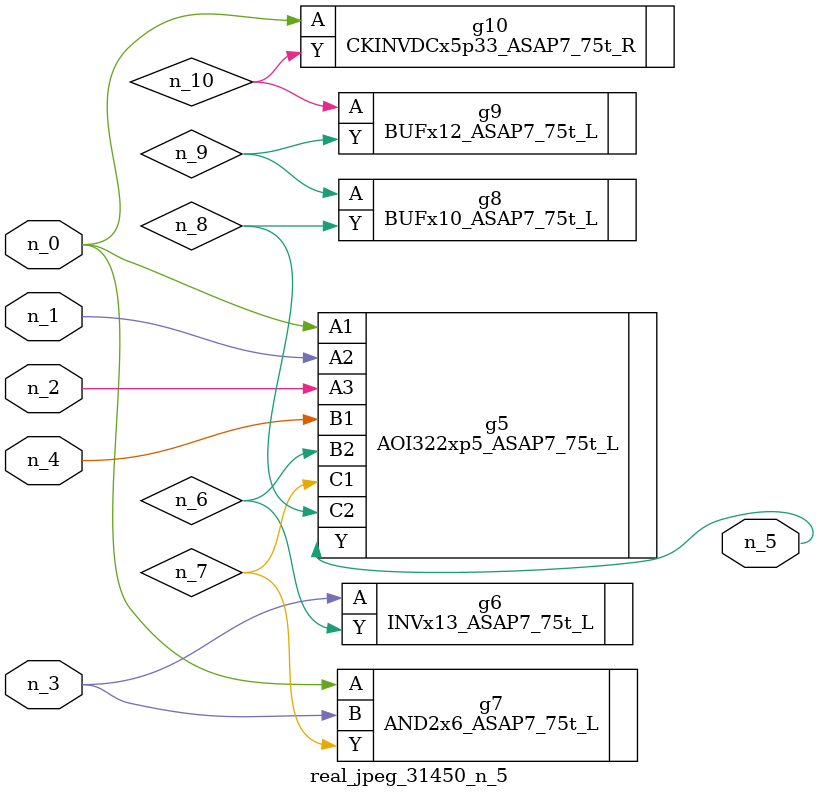
<source format=v>
module real_jpeg_31450_n_5 (n_4, n_0, n_1, n_2, n_3, n_5);

input n_4;
input n_0;
input n_1;
input n_2;
input n_3;

output n_5;

wire n_8;
wire n_6;
wire n_7;
wire n_10;
wire n_9;

AOI322xp5_ASAP7_75t_L g5 ( 
.A1(n_0),
.A2(n_1),
.A3(n_2),
.B1(n_4),
.B2(n_6),
.C1(n_7),
.C2(n_8),
.Y(n_5)
);

AND2x6_ASAP7_75t_L g7 ( 
.A(n_0),
.B(n_3),
.Y(n_7)
);

CKINVDCx5p33_ASAP7_75t_R g10 ( 
.A(n_0),
.Y(n_10)
);

INVx13_ASAP7_75t_L g6 ( 
.A(n_3),
.Y(n_6)
);

BUFx10_ASAP7_75t_L g8 ( 
.A(n_9),
.Y(n_8)
);

BUFx12_ASAP7_75t_L g9 ( 
.A(n_10),
.Y(n_9)
);


endmodule
</source>
